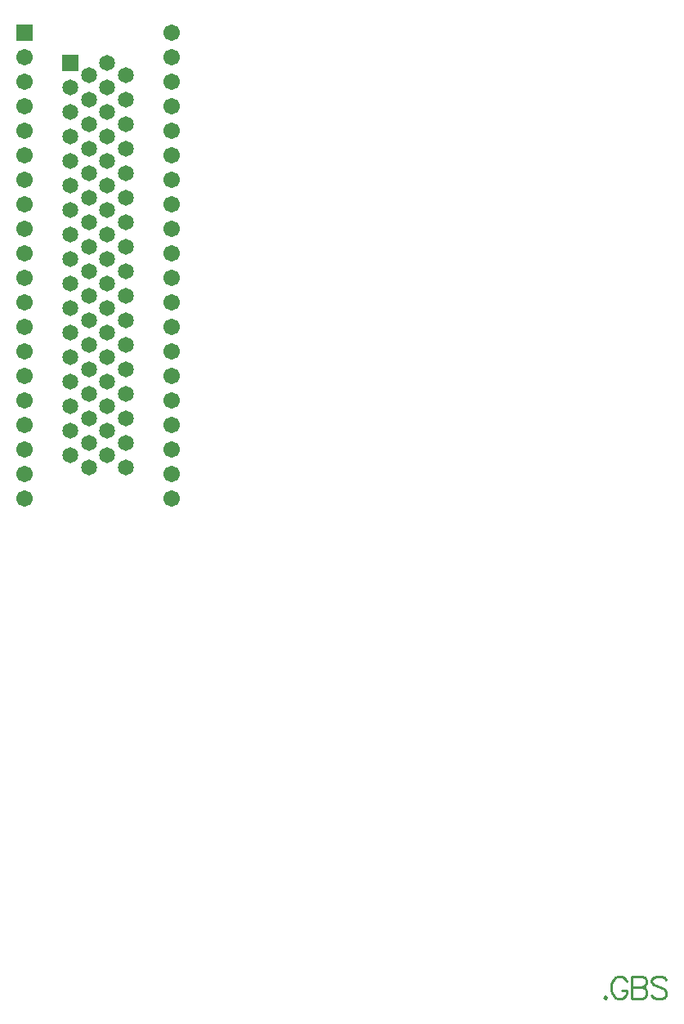
<source format=gbs>
%FSLAX44Y44*%
%MOMM*%
G71*
G01*
G75*
%ADD10C,0.2000*%
%ADD11R,0.6000X0.5000*%
%ADD12C,1.0000*%
%ADD13C,0.6000*%
%ADD14C,0.3300*%
%ADD15C,0.4000*%
%ADD16C,0.3000*%
%ADD17C,0.7000*%
%ADD18C,0.5000*%
%ADD19C,0.2540*%
%ADD20C,0.2286*%
%ADD21C,1.5000*%
%ADD22R,1.5000X1.5000*%
%ADD23C,1.4500*%
%ADD24R,1.4500X1.4500*%
%ADD25C,0.1500*%
%ADD26C,0.1270*%
%ADD27C,0.3500*%
%ADD28R,0.8032X0.7032*%
%ADD29C,2.0000*%
%ADD30C,1.7032*%
%ADD31R,1.7032X1.7032*%
%ADD32C,1.6532*%
%ADD33R,1.6532X1.6532*%
D20*
X2872684Y1389144D02*
X2871596Y1388055D01*
X2872684Y1386967D01*
X2873772Y1388055D01*
X2872684Y1389144D01*
X2895104Y1404380D02*
X2894016Y1406557D01*
X2891839Y1408734D01*
X2889662Y1409822D01*
X2885309D01*
X2883132Y1408734D01*
X2880956Y1406557D01*
X2879867Y1404380D01*
X2878779Y1401115D01*
Y1395674D01*
X2879867Y1392409D01*
X2880956Y1390232D01*
X2883132Y1388055D01*
X2885309Y1386967D01*
X2889662D01*
X2891839Y1388055D01*
X2894016Y1390232D01*
X2895104Y1392409D01*
Y1395674D01*
X2889662D02*
X2895104D01*
X2900328Y1409822D02*
Y1386967D01*
Y1409822D02*
X2910123D01*
X2913388Y1408734D01*
X2914476Y1407645D01*
X2915565Y1405469D01*
Y1403292D01*
X2914476Y1401115D01*
X2913388Y1400027D01*
X2910123Y1398939D01*
X2900328D02*
X2910123D01*
X2913388Y1397850D01*
X2914476Y1396762D01*
X2915565Y1394585D01*
Y1391320D01*
X2914476Y1389144D01*
X2913388Y1388055D01*
X2910123Y1386967D01*
X2900328D01*
X2935916Y1406557D02*
X2933740Y1408734D01*
X2930475Y1409822D01*
X2926122D01*
X2922856Y1408734D01*
X2920680Y1406557D01*
Y1404380D01*
X2921768Y1402204D01*
X2922856Y1401115D01*
X2925033Y1400027D01*
X2931563Y1397850D01*
X2933740Y1396762D01*
X2934828Y1395674D01*
X2935916Y1393497D01*
Y1390232D01*
X2933740Y1388055D01*
X2930475Y1386967D01*
X2926122D01*
X2922856Y1388055D01*
X2920680Y1390232D01*
D30*
X2270886Y2260727D02*
D03*
X2423286Y2006727D02*
D03*
X2270886Y1981327D02*
D03*
Y2006727D02*
D03*
Y2362327D02*
D03*
Y2336927D02*
D03*
Y2311527D02*
D03*
Y2286127D02*
D03*
X2423286D02*
D03*
Y2260727D02*
D03*
X2270886Y2235327D02*
D03*
X2423286D02*
D03*
X2270886Y2209927D02*
D03*
X2423286D02*
D03*
X2270886Y2184527D02*
D03*
X2423286D02*
D03*
X2270886Y2159127D02*
D03*
X2423286D02*
D03*
Y2133727D02*
D03*
X2270886Y2108327D02*
D03*
X2423286Y2082927D02*
D03*
Y2057527D02*
D03*
X2270886Y2082927D02*
D03*
X2423286Y2032127D02*
D03*
X2270886Y2057527D02*
D03*
X2423286Y1930527D02*
D03*
X2270886Y2032127D02*
D03*
X2423286Y1905127D02*
D03*
X2270886D02*
D03*
Y1930527D02*
D03*
X2423286Y2108327D02*
D03*
X2270886Y2133727D02*
D03*
Y1955927D02*
D03*
X2423286D02*
D03*
Y1981327D02*
D03*
Y2362327D02*
D03*
Y2336927D02*
D03*
Y2387727D02*
D03*
Y2311527D02*
D03*
D31*
X2270886Y2387727D02*
D03*
D32*
X2337561Y2343617D02*
D03*
X2318511Y2330917D02*
D03*
X2375661Y2343617D02*
D03*
X2356611Y2330917D02*
D03*
X2337561Y2318217D02*
D03*
X2318511Y2305517D02*
D03*
X2375661Y2318217D02*
D03*
X2356611Y2305517D02*
D03*
X2337561Y2292817D02*
D03*
X2318511Y2280117D02*
D03*
X2375661Y2292817D02*
D03*
X2356611Y2280117D02*
D03*
X2337561Y2267417D02*
D03*
X2318511Y2254717D02*
D03*
X2375661Y2267417D02*
D03*
X2356611Y2254717D02*
D03*
X2337561Y2242017D02*
D03*
X2318511Y2229317D02*
D03*
X2375661Y2242017D02*
D03*
X2356611Y2229317D02*
D03*
X2337561Y2216617D02*
D03*
X2318511Y2203917D02*
D03*
X2375661Y2216617D02*
D03*
X2356611Y2203917D02*
D03*
X2337561Y2191217D02*
D03*
X2318511Y2178517D02*
D03*
X2375661Y2191217D02*
D03*
X2356611Y2178517D02*
D03*
X2337561Y2165817D02*
D03*
X2318511Y2153117D02*
D03*
X2375661Y2165817D02*
D03*
X2356611Y2153117D02*
D03*
X2337561Y2140417D02*
D03*
X2318511Y2127717D02*
D03*
X2375661Y2140417D02*
D03*
X2356611Y2127717D02*
D03*
X2337561Y2115017D02*
D03*
X2318511Y2102317D02*
D03*
X2375661Y2115017D02*
D03*
X2356611Y2102317D02*
D03*
X2337561Y2089617D02*
D03*
X2318511Y2076917D02*
D03*
X2375661Y2089617D02*
D03*
X2356611Y2076917D02*
D03*
X2318511Y2051517D02*
D03*
X2375661Y2064217D02*
D03*
X2356611Y2051517D02*
D03*
X2337561Y2038817D02*
D03*
X2318511Y2026117D02*
D03*
X2375661Y2038817D02*
D03*
X2356611Y2026117D02*
D03*
X2337561Y2013417D02*
D03*
X2318511Y2000717D02*
D03*
X2375661Y2013417D02*
D03*
X2356611Y2000717D02*
D03*
X2337561Y1988017D02*
D03*
X2318511Y1975317D02*
D03*
X2356611D02*
D03*
X2337561Y1962617D02*
D03*
X2318511Y1949917D02*
D03*
X2375661Y1962617D02*
D03*
X2356611Y1949917D02*
D03*
X2337561Y1937217D02*
D03*
X2375661D02*
D03*
X2356611Y2356317D02*
D03*
X2337561Y2064217D02*
D03*
X2375661Y1988017D02*
D03*
D33*
X2318511Y2356317D02*
D03*
M02*

</source>
